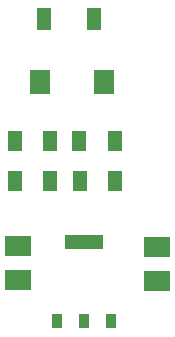
<source format=gtp>
G04*
G04 #@! TF.GenerationSoftware,Altium Limited,Altium Designer,20.0.13 (296)*
G04*
G04 Layer_Color=8421504*
%FSLAX44Y44*%
%MOMM*%
G71*
G01*
G75*
%ADD14R,1.1500X1.8000*%
%ADD15R,1.1500X1.7000*%
%ADD16R,1.8000X2.0500*%
%ADD17R,1.1700X1.9300*%
%ADD18R,0.9500X1.3000*%
%ADD19R,3.2500X1.3000*%
%ADD20R,2.3000X1.8000*%
D14*
X972820Y867410D02*
D03*
X1002820D02*
D03*
X973060Y833120D02*
D03*
X1003060D02*
D03*
D15*
X918450Y867410D02*
D03*
X948450D02*
D03*
Y833120D02*
D03*
X918450D02*
D03*
D16*
X939470Y916940D02*
D03*
X993470D02*
D03*
D17*
X985180Y970280D02*
D03*
X942680D02*
D03*
D18*
X953730Y714530D02*
D03*
X976630D02*
D03*
X999530D02*
D03*
D19*
X976630Y781530D02*
D03*
D20*
X1038860Y748770D02*
D03*
Y777770D02*
D03*
X920750Y749510D02*
D03*
Y778510D02*
D03*
M02*

</source>
